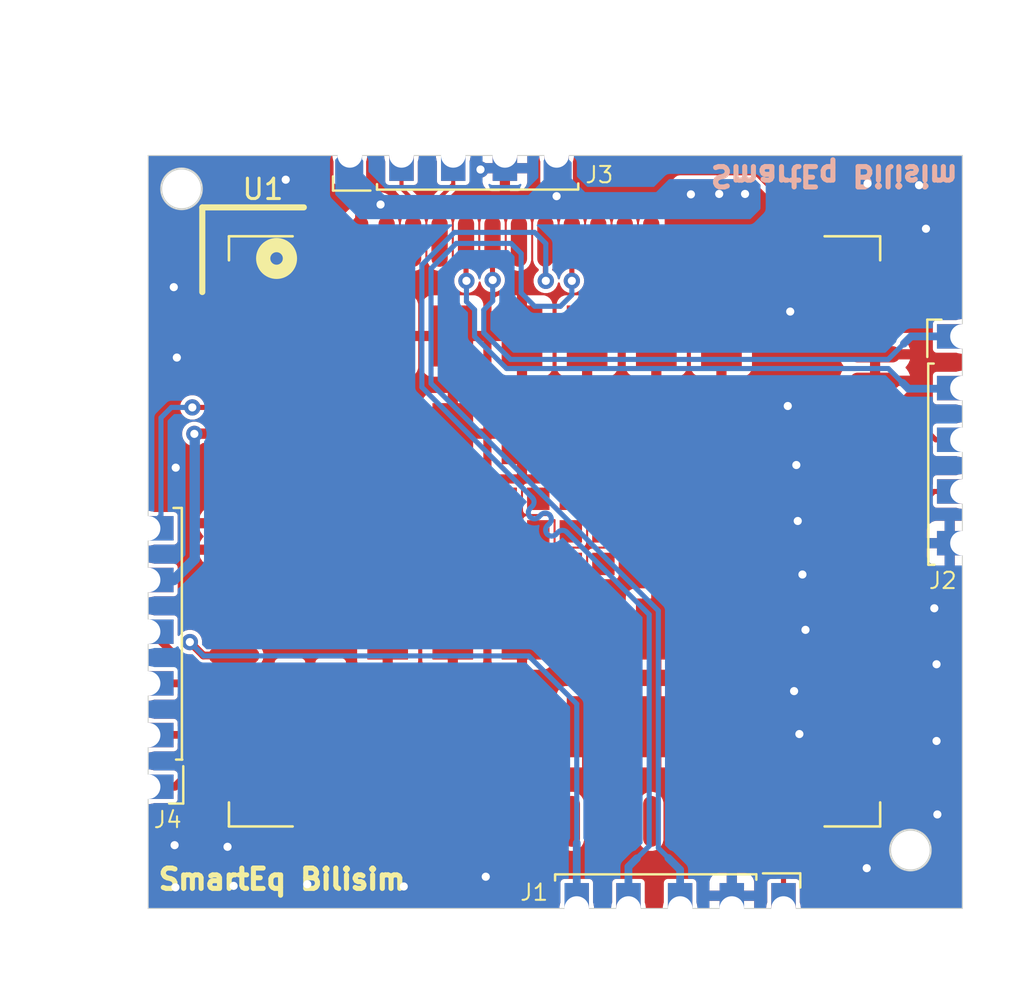
<source format=kicad_pcb>
(kicad_pcb (version 20241229) (generator "pcbnew") (generator_version "9.0")
  (layers (0 "F.Cu" signal) (2 "B.Cu" signal) (13 "F.Paste" user) (15 "B.Paste" user) (5 "F.SilkS" user "F.Silkscreen") (7 "B.SilkS" user "B.Silkscreen") (1 "F.Mask" user) (3 "B.Mask" user) (25 "Edge.Cuts" user))
  (net 0 "")
  (net 55 "GND")
  (net 56 "/USIM_RST")
  (net 57 "/USIM_DATA")
  (net 58 "+3V8")
  (net 59 "/ANT MAIN")
  (net 60 "/ANT GNSS")
  (net 61 "/USIM_CLK")
  (net 62 "/RXD")
  (net 63 "/TXD")
  (net 64 "VDD_EXT_1V8")
  (net 65 "/USB_N")
  (net 66 "/ANT_DIV")
  (net 67 "/CTS")
  (net 68 "/MODEM_NET_STATUS")
  (net 69 "/RTS")
  (net 70 "/USIM_PRESENCE")
  (net 71 "/USB_P")
  (net 72 "/USIM_VDD")
  (footprint "Footprint Library:Castelled 5" (layer "F.Cu") (at 141.14 115.85 180)
    (property "Reference" "J1" (at 12.250001 0.790001 0) (layer "F.SilkS") (effects (font (size 0.8 0.8) (thickness 0.1))))
    (property "Value" "DNP" (hide yes))
    (fp_line (start 11.225 1.675253) (end 11.225 1.374746) (stroke (width 0.12)) (layer "F.SilkS"))
    (fp_line (start 1.335208 1.67964) (end 11.2 1.675253) (stroke (width 0.12)) (layer "F.SilkS"))
    (fp_line (start 1.335208 1.67964) (end 1.334792 1.41) (stroke (width 0.12)) (layer "F.SilkS"))
    (fp_line (start 1.01 1.725) (end -0.825 1.725254) (stroke (width 0.12)) (layer "F.SilkS"))
    (fp_line (start -0.825 1.725254) (end -0.825 1.030254) (stroke (width 0.12)) (layer "F.SilkS"))
    (pad "1" thru_hole rect (at 10.16 0 90) (size 1.25 1.2) (drill 1.2 (offset 0.625 0)) (property pad_prop_castellated) (layers "*.Cu" "*.Mask") (net 70 "/USIM_PRESENCE"))
    (pad "2" thru_hole rect (at 7.62 0 90) (size 1.25 1.2) (drill 1.2 (offset 0.625 0)) (property pad_prop_castellated) (layers "*.Cu" "*.Mask") (net 69 "/RTS"))
    (pad "3" thru_hole rect (at 5.08 0 90) (size 1.25 1.2) (drill 1.2 (offset 0.625 0)) (property pad_prop_castellated) (layers "*.Cu" "*.Mask") (net 67 "/CTS"))
    (pad "4" thru_hole rect (at 2.54 0 90) (size 1.25 1.2) (drill 1.2 (offset 0.625 0)) (property pad_prop_castellated) (layers "*.Cu" "*.Mask") (net 55 "GND"))
    (pad "5" thru_hole rect (at 0 0 90) (size 1.25 1.2) (drill 1.2 (offset 0.625 0)) (property pad_prop_castellated) (layers "*.Cu" "*.Mask") (net 66 "/ANT_DIV"))
  )
  (footprint "Footprint Library:Castelled 5" (layer "F.Cu") (at 119.83 78.85)
    (property "Reference" "J3" (at 12.259999 0.949999 0) (layer "F.SilkS") (effects (font (size 0.8 0.8) (thickness 0.1))))
    (property "Value" "DNP" (hide yes))
    (fp_line (start -0.825 1.725254) (end -0.825 1.030254) (stroke (width 0.12)) (layer "F.SilkS"))
    (fp_line (start 1.01 1.725) (end -0.825 1.725254) (stroke (width 0.12)) (layer "F.SilkS"))
    (fp_line (start 1.335208 1.67964) (end 1.334792 1.41) (stroke (width 0.12)) (layer "F.SilkS"))
    (fp_line (start 1.335208 1.67964) (end 11.2 1.675253) (stroke (width 0.12)) (layer "F.SilkS"))
    (fp_line (start 11.225 1.675253) (end 11.225 1.374746) (stroke (width 0.12)) (layer "F.SilkS"))
    (pad "1" thru_hole rect (at 10.16 0 270) (size 1.25 1.2) (drill 1.2 (offset 0.625 0)) (property pad_prop_castellated) (layers "*.Cu" "*.Mask") (net 58 "+3V8"))
    (pad "2" thru_hole rect (at 7.62 0 270) (size 1.25 1.2) (drill 1.2 (offset 0.625 0)) (property pad_prop_castellated) (layers "*.Cu" "*.Mask") (net 55 "GND"))
    (pad "3" thru_hole rect (at 5.08 0 270) (size 1.25 1.2) (drill 1.2 (offset 0.625 0)) (property pad_prop_castellated) (layers "*.Cu" "*.Mask") (net 71 "/USB_P"))
    (pad "4" thru_hole rect (at 2.54 0 270) (size 1.25 1.2) (drill 1.2 (offset 0.625 0)) (property pad_prop_castellated) (layers "*.Cu" "*.Mask") (net 65 "/USB_N"))
    (pad "5" thru_hole rect (at 0 0 270) (size 1.25 1.2) (drill 1.2 (offset 0.625 0)) (property pad_prop_castellated) (layers "*.Cu" "*.Mask") (net 58 "+3V8"))
  )
  (footprint "Footprint Library:castelled 6" (layer "F.Cu") (at 109.92 97.17 90)
    (property "Reference" "J4" (at -14.319999 0.959999 0) (layer "F.SilkS") (effects (font (size 0.8 0.8) (thickness 0.1))))
    (property "Value" "DNP" (hide yes))
    (fp_line (start 1 1.654571) (end 1 1.245428) (stroke (width 0.12)) (layer "F.SilkS"))
    (fp_line (start -11.364791 1.659143) (end 1 1.654571) (stroke (width 0.12)) (layer "F.SilkS"))
    (fp_line (start -11.364792 1.67964) (end -11.365208 1.37036) (stroke (width 0.12)) (layer "F.SilkS"))
    (fp_line (start -11.69 1.725) (end -13.525 1.725254) (stroke (width 0.12)) (layer "F.SilkS"))
    (fp_line (start -13.525 1.725254) (end -13.525 1.030254) (stroke (width 0.12)) (layer "F.SilkS"))
    (pad "1" thru_hole rect (at 0 0) (size 1.25 1.2) (drill 1.2 (offset 0.625 0)) (property pad_prop_castellated) (layers "*.Cu" "*.Mask") (net 68 "/MODEM_NET_STATUS"))
    (pad "2" thru_hole rect (at -2.54 0) (size 1.25 1.2) (drill 1.2 (offset 0.625 0)) (property pad_prop_castellated) (layers "*.Cu" "*.Mask") (net 64 "VDD_EXT_1V8"))
    (pad "3" thru_hole rect (at -5.08 0) (size 1.25 1.2) (drill 1.2 (offset 0.625 0)) (property pad_prop_castellated) (layers "*.Cu" "*.Mask") (net 72 "/USIM_VDD"))
    (pad "4" thru_hole rect (at -7.62 0) (size 1.25 1.2) (drill 1.2 (offset 0.625 0)) (property pad_prop_castellated) (layers "*.Cu" "*.Mask") (net 57 "/USIM_DATA"))
    (pad "5" thru_hole rect (at -10.16 0) (size 1.25 1.2) (drill 1.2 (offset 0.625 0)) (property pad_prop_castellated) (layers "*.Cu" "*.Mask") (net 61 "/USIM_CLK"))
    (pad "6" thru_hole rect (at -12.7 0) (size 1.25 1.2) (drill 1.2 (offset 0.625 0)) (property pad_prop_castellated) (layers "*.Cu" "*.Mask") (net 56 "/USIM_RST"))
  )
  (footprint "Footprint Library:GSM" (layer "F.Cu") (at 129.89 97.32)
    (property "Reference" "U1" (at -14.33 -16.81 0) (layer "F.SilkS"))
    (property "Value" "DNP")
    (fp_line (start -17.31 -11.76) (end -17.31 -15.92) (stroke (width 0.3)) (layer "F.SilkS"))
    (fp_line (start -16 -14.5) (end -16 -13.32) (stroke (width 0.127)) (layer "F.SilkS"))
    (fp_line (start -16 -14.5) (end -12.87 -14.5) (stroke (width 0.127)) (layer "F.SilkS"))
    (fp_line (start -16 14.5) (end -16 13.32) (stroke (width 0.127)) (layer "F.SilkS"))
    (fp_line (start -16 14.5) (end -12.87 14.5) (stroke (width 0.127)) (layer "F.SilkS"))
    (fp_line (start -12.32 -15.92) (end -17.31 -15.92) (stroke (width 0.3)) (layer "F.SilkS"))
    (fp_line (start 16 -14.5) (end 13.27 -14.5) (stroke (width 0.127)) (layer "F.SilkS"))
    (fp_line (start 16 -14.5) (end 16 -13.32) (stroke (width 0.127)) (layer "F.SilkS"))
    (fp_line (start 16 14.5) (end 13.27 14.5) (stroke (width 0.127)) (layer "F.SilkS"))
    (fp_line (start 16 14.5) (end 16 13.32) (stroke (width 0.127)) (layer "F.SilkS"))
    (fp_circle (center -13.66 -13.41) (end -13.442606 -13.192606) (stroke (width 0.7)) (fill no) (layer "F.SilkS"))
    (pad "1" smd oval (at -15.75 -12.6) (size 2.5 0.8) (layers "F.Cu" "F.Mask"))
    (pad "2" smd oval (at -15.75 -11.3) (size 2.5 0.8) (layers "F.Cu" "F.Mask"))
    (pad "3" smd oval (at -15.75 -10) (size 2.5 0.8) (layers "F.Cu" "F.Mask"))
    (pad "4" smd oval (at -15.75 -8.7) (size 2.5 0.8) (layers "F.Cu" "F.Mask"))
    (pad "5" smd oval (at -15.75 -7.4) (size 2.5 0.8) (layers "F.Cu" "F.Mask"))
    (pad "6" smd oval (at -15.75 -6.1) (size 2.5 0.8) (layers "F.Cu" "F.Mask") (net 68 "/MODEM_NET_STATUS"))
    (pad "7" smd oval (at -15.75 -4.8) (size 2.5 0.8) (layers "F.Cu" "F.Mask") (net 64 "VDD_EXT_1V8"))
    (pad "8" smd oval (at -15.75 -0.4) (size 2.5 0.8) (layers "F.Cu" "F.Mask") (net 55 "GND"))
    (pad "9" smd oval (at -15.75 0.9) (size 2.5 0.8) (layers "F.Cu" "F.Mask") (net 55 "GND"))
    (pad "10" smd oval (at -15.75 2.2) (size 2.5 0.8) (layers "F.Cu" "F.Mask") (net 55 "GND"))
    (pad "11" smd oval (at -15.75 3.5) (size 2.5 0.8) (layers "F.Cu" "F.Mask"))
    (pad "12" smd oval (at -15.75 4.8) (size 2.5 0.8) (layers "F.Cu" "F.Mask"))
    (pad "13" smd oval (at -15.75 6.1) (size 2.5 0.8) (layers "F.Cu" "F.Mask") (net 70 "/USIM_PRESENCE"))
    (pad "14" smd oval (at -15.75 7.4) (size 2.5 0.8) (layers "F.Cu" "F.Mask") (net 72 "/USIM_VDD"))
    (pad "15" smd oval (at -15.75 8.7) (size 2.5 0.8) (layers "F.Cu" "F.Mask") (net 57 "/USIM_DATA"))
    (pad "16" smd oval (at -15.75 10) (size 2.5 0.8) (layers "F.Cu" "F.Mask") (net 61 "/USIM_CLK"))
    (pad "17" smd oval (at -15.75 11.3) (size 2.5 0.8) (layers "F.Cu" "F.Mask") (net 56 "/USIM_RST"))
    (pad "18" smd oval (at -15.75 12.6) (size 2.5 0.8) (layers "F.Cu" "F.Mask"))
    (pad "19" smd oval (at -9.55 14.25) (size 0.8 2.5) (layers "F.Cu" "F.Mask") (net 55 "GND"))
    (pad "20" smd oval (at -8.25 14.25) (size 0.8 2.5) (layers "F.Cu" "F.Mask"))
    (pad "21" smd oval (at -6.95 14.25) (size 0.8 2.5) (layers "F.Cu" "F.Mask") (net 55 "GND"))
    (pad "22" smd oval (at -5.65 14.25) (size 0.8 2.5) (layers "F.Cu" "F.Mask") (net 55 "GND"))
    (pad "23" smd oval (at -4.35 14.25) (size 0.8 2.5) (layers "F.Cu" "F.Mask"))
    (pad "24" smd oval (at -3.05 14.25) (size 0.8 2.5) (layers "F.Cu" "F.Mask"))
    (pad "25" smd oval (at -1.75 14.25) (size 0.8 2.5) (layers "F.Cu" "F.Mask"))
    (pad "26" smd oval (at -0.45 14.25) (size 0.8 2.5) (layers "F.Cu" "F.Mask"))
    (pad "27" smd oval (at 0.85 14.25) (size 0.8 2.5) (layers "F.Cu" "F.Mask"))
    (pad "28" smd oval (at 2.15 14.25) (size 0.8 2.5) (layers "F.Cu" "F.Mask"))
    (pad "29" smd oval (at 3.45 14.25) (size 0.8 2.5) (layers "F.Cu" "F.Mask"))
    (pad "30" smd oval (at 4.75 14.25) (size 0.8 2.5) (layers "F.Cu" "F.Mask"))
    (pad "31" smd oval (at 6.05 14.25) (size 0.8 2.5) (layers "F.Cu" "F.Mask"))
    (pad "32" smd oval (at 7.35 14.25) (size 0.8 2.5) (layers "F.Cu" "F.Mask"))
    (pad "33" smd oval (at 8.65 14.25) (size 0.8 2.5) (layers "F.Cu" "F.Mask"))
    (pad "34" smd oval (at 9.95 14.25) (size 0.8 2.5) (layers "F.Cu" "F.Mask"))
    (pad "35" smd oval (at 11.25 14.25) (size 0.8 2.5) (layers "F.Cu" "F.Mask") (net 66 "/ANT_DIV"))
    (pad "36" smd oval (at 12.55 14.25) (size 0.8 2.5) (layers "F.Cu" "F.Mask") (net 55 "GND"))
    (pad "37" smd oval (at 15.75 12.6) (size 2.5 0.8) (layers "F.Cu" "F.Mask"))
    (pad "38" smd oval (at 15.75 11.3) (size 2.5 0.8) (layers "F.Cu" "F.Mask"))
    (pad "39" smd oval (at 15.75 10) (size 2.5 0.8) (layers "F.Cu" "F.Mask"))
    (pad "40" smd oval (at 15.75 8.7) (size 2.5 0.8) (layers "F.Cu" "F.Mask"))
    (pad "41" smd oval (at 15.75 7.4) (size 2.5 0.8) (layers "F.Cu" "F.Mask"))
    (pad "42" smd oval (at 15.75 6.1) (size 2.5 0.8) (layers "F.Cu" "F.Mask"))
    (pad "43" smd oval (at 15.75 4.8) (size 2.5 0.8) (layers "F.Cu" "F.Mask"))
    (pad "44" smd oval (at 15.75 3.5) (size 2.5 0.8) (layers "F.Cu" "F.Mask"))
    (pad "45" smd oval (at 15.75 2.2) (size 2.5 0.8) (layers "F.Cu" "F.Mask"))
    (pad "46" smd oval (at 15.75 0.9) (size 2.5 0.8) (layers "F.Cu" "F.Mask") (net 55 "GND"))
    (pad "47" smd oval (at 15.75 -0.4) (size 2.5 0.8) (layers "F.Cu" "F.Mask") (net 60 "/ANT GNSS"))
    (pad "48" smd oval (at 15.75 -4.8) (size 2.5 0.8) (layers "F.Cu" "F.Mask") (net 55 "GND"))
    (pad "49" smd oval (at 15.75 -6.1) (size 2.5 0.8) (layers "F.Cu" "F.Mask") (net 59 "/ANT MAIN"))
    (pad "50" smd oval (at 15.75 -7.4) (size 2.5 0.8) (layers "F.Cu" "F.Mask") (net 55 "GND"))
    (pad "51" smd oval (at 15.75 -8.7) (size 2.5 0.8) (layers "F.Cu" "F.Mask") (net 55 "GND"))
    (pad "52" smd oval (at 15.75 -10) (size 2.5 0.8) (layers "F.Cu" "F.Mask") (net 55 "GND"))
    (pad "53" smd oval (at 15.75 -11.3) (size 2.5 0.8) (layers "F.Cu" "F.Mask") (net 55 "GND"))
    (pad "54" smd oval (at 15.75 -12.6) (size 2.5 0.8) (layers "F.Cu" "F.Mask") (net 55 "GND"))
    (pad "55" smd oval (at 12.55 -14.25) (size 0.8 2.5) (layers "F.Cu" "F.Mask"))
    (pad "56" smd oval (at 11.25 -14.25) (size 0.8 2.5) (layers "F.Cu" "F.Mask") (net 55 "GND"))
    (pad "57" smd oval (at 9.95 -14.25) (size 0.8 2.5) (layers "F.Cu" "F.Mask") (net 58 "+3V8"))
    (pad "58" smd oval (at 8.65 -14.25) (size 0.8 2.5) (layers "F.Cu" "F.Mask") (net 58 "+3V8"))
    (pad "59" smd oval (at 7.35 -14.25) (size 0.8 2.5) (layers "F.Cu" "F.Mask") (net 58 "+3V8"))
    (pad "60" smd oval (at 6.05 -14.25) (size 0.8 2.5) (layers "F.Cu" "F.Mask") (net 58 "+3V8"))
    (pad "61" smd oval (at 4.75 -14.25) (size 0.8 2.5) (layers "F.Cu" "F.Mask"))
    (pad "62" smd oval (at 3.45 -14.25) (size 0.8 2.5) (layers "F.Cu" "F.Mask"))
    (pad "63" smd oval (at 2.15 -14.25) (size 0.8 2.5) (layers "F.Cu" "F.Mask"))
    (pad "64" smd oval (at 0.85 -14.25) (size 0.8 2.5) (layers "F.Cu" "F.Mask") (net 67 "/CTS"))
    (pad "65" smd oval (at -0.45 -14.25) (size 0.8 2.5) (layers "F.Cu" "F.Mask") (net 69 "/RTS"))
    (pad "66" smd oval (at -1.75 -14.25) (size 0.8 2.5) (layers "F.Cu" "F.Mask"))
    (pad "67" smd oval (at -3.05 -14.25) (size 0.8 2.5) (layers "F.Cu" "F.Mask") (net 63 "/TXD"))
    (pad "68" smd oval (at -4.35 -14.25) (size 0.8 2.5) (layers "F.Cu" "F.Mask") (net 62 "/RXD"))
    (pad "69" smd oval (at -5.65 -14.25) (size 0.8 2.5) (layers "F.Cu" "F.Mask") (net 71 "/USB_P"))
    (pad "70" smd oval (at -6.95 -14.25) (size 0.8 2.5) (layers "F.Cu" "F.Mask") (net 65 "/USB_N"))
    (pad "71" smd oval (at -8.25 -14.25) (size 0.8 2.5) (layers "F.Cu" "F.Mask") (net 58 "+3V8"))
    (pad "72" smd oval (at -9.55 -14.25) (size 0.8 2.5) (layers "F.Cu" "F.Mask") (net 55 "GND"))
    (pad "73" smd rect (at 2.4 -1.6) (size 1.1 1.1) (layers "F.Cu" "F.Mask"))
    (pad "74" smd rect (at 2.4 0) (size 1.1 1.1) (layers "F.Cu" "F.Mask"))
    (pad "75" smd rect (at 2.4 1.6) (size 1.1 1.1) (layers "F.Cu" "F.Mask"))
    (pad "76" smd rect (at 0.8 -1.6) (size 1.1 1.1) (layers "F.Cu" "F.Mask") (net 55 "GND"))
    (pad "77" smd rect (at 0.8 0) (size 1.1 1.1) (layers "F.Cu" "F.Mask"))
    (pad "78" smd rect (at 0.8 1.6) (size 1.1 1.1) (layers "F.Cu" "F.Mask"))
    (pad "79" smd rect (at -0.8 -1.6) (size 1.1 1.1) (layers "F.Cu" "F.Mask"))
    (pad "80" smd rect (at -0.8 0) (size 1.1 1.1) (layers "F.Cu" "F.Mask"))
    (pad "81" smd rect (at -0.8 1.6) (size 1.1 1.1) (layers "F.Cu" "F.Mask"))
    (pad "82" smd rect (at -2.4 -1.6) (size 1.1 1.1) (layers "F.Cu" "F.Mask"))
    (pad "83" smd rect (at -2.4 0) (size 1.1 1.1) (layers "F.Cu" "F.Mask"))
    (pad "84" smd rect (at -2.4 1.6) (size 1.1 1.1) (layers "F.Cu" "F.Mask"))
    (pad "85" smd rect (at 8.2 -9.6) (size 2 3) (layers "F.Cu" "F.Mask") (net 55 "GND"))
    (pad "86" smd rect (at 8.2 -4.8) (size 2 3) (layers "F.Cu" "F.Mask") (net 55 "GND"))
    (pad "87" smd rect (at 8.2 0) (size 2 3) (layers "F.Cu" "F.Mask") (net 55 "GND"))
    (pad "88" smd rect (at 8.2 4.8) (size 2 3) (layers "F.Cu" "F.Mask") (net 55 "GND"))
    (pad "89" smd rect (at 8.2 9.6) (size 2 3) (layers "F.Cu" "F.Mask") (net 55 "GND"))
    (pad "90" smd rect (at 5 -9.6) (size 2 3) (layers "F.Cu" "F.Mask") (net 55 "GND"))
    (pad "91" smd rect (at 5 -4.8) (size 2 3) (layers "F.Cu" "F.Mask") (net 55 "GND"))
    (pad "92" smd rect (at 5 0) (size 2 3) (layers "F.Cu" "F.Mask") (net 55 "GND"))
    (pad "93" smd rect (at 5 4.8) (size 2 3) (layers "F.Cu" "F.Mask") (net 55 "GND"))
    (pad "94" smd rect (at 5 9.6) (size 2 3) (layers "F.Cu" "F.Mask") (net 55 "GND"))
    (pad "95" smd rect (at 1.6 -9.6) (size 2 3) (layers "F.Cu" "F.Mask") (net 55 "GND"))
    (pad "96" smd rect (at 1.6 -4.8) (size 2 3) (layers "F.Cu" "F.Mask") (net 55 "GND"))
    (pad "97" smd rect (at 1.6 4.8) (size 2 3) (layers "F.Cu" "F.Mask") (net 55 "GND"))
    (pad "98" smd rect (at 1.6 9.6) (size 2 3) (layers "F.Cu" "F.Mask") (net 55 "GND"))
    (pad "99" smd rect (at -1.6 -9.6) (size 2 3) (layers "F.Cu" "F.Mask") (net 55 "GND"))
    (pad "100" smd rect (at -1.6 -4.8) (size 2 3) (layers "F.Cu" "F.Mask") (net 55 "GND"))
    (pad "101" smd rect (at -1.6 4.8) (size 2 3) (layers "F.Cu" "F.Mask") (net 55 "GND"))
    (pad "102" smd rect (at -1.6 9.6) (size 2 3) (layers "F.Cu" "F.Mask") (net 55 "GND"))
    (pad "103" smd rect (at -5 -9.6) (size 2 3) (layers "F.Cu" "F.Mask") (net 55 "GND"))
    (pad "104" smd rect (at -5 -4.8) (size 2 3) (layers "F.Cu" "F.Mask") (net 55 "GND"))
    (pad "105" smd rect (at -5 0) (size 2 3) (layers "F.Cu" "F.Mask") (net 55 "GND"))
    (pad "106" smd rect (at -5 4.8) (size 2 3) (layers "F.Cu" "F.Mask") (net 55 "GND"))
    (pad "107" smd rect (at -5 9.6) (size 2 3) (layers "F.Cu" "F.Mask") (net 55 "GND"))
    (pad "108" smd rect (at -8.2 -9.6) (size 2 3) (layers "F.Cu" "F.Mask") (net 55 "GND"))
    (pad "109" smd rect (at -8.2 -4.8) (size 2 3) (layers "F.Cu" "F.Mask") (net 55 "GND"))
    (pad "110" smd rect (at -8.2 0) (size 2 3) (layers "F.Cu" "F.Mask") (net 55 "GND"))
    (pad "111" smd rect (at -8.2 4.8) (size 2 3) (layers "F.Cu" "F.Mask") (net 55 "GND"))
    (pad "112" smd rect (at -8.2 9.6) (size 2 3) (layers "F.Cu" "F.Mask") (net 55 "GND"))
    (pad "113" smd oval (at -10.85 -14.25) (size 0.8 2.5) (layers "F.Cu" "F.Mask"))
    (pad "114" smd oval (at -12.15 -14.25) (size 0.8 2.5) (layers "F.Cu" "F.Mask"))
    (pad "115" smd oval (at -10.85 14.25) (size 0.8 2.5) (layers "F.Cu" "F.Mask"))
    (pad "116" smd oval (at -12.15 14.25) (size 0.8 2.5) (layers "F.Cu" "F.Mask"))
    (pad "117" smd rect (at -11 -11) (size 1.1 1.1) (layers "F.Cu" "F.Mask"))
    (pad "118" smd rect (at -11 -9) (size 1.1 1.1) (layers "F.Cu" "F.Mask"))
    (pad "119" smd rect (at -11 -7) (size 1.1 1.1) (layers "F.Cu" "F.Mask"))
    (pad "120" smd rect (at -11 -5) (size 1.1 1.1) (layers "F.Cu" "F.Mask"))
    (pad "121" smd rect (at -11 -3) (size 1.1 1.1) (layers "F.Cu" "F.Mask"))
    (pad "122" smd rect (at -11 -1) (size 1.1 1.1) (layers "F.Cu" "F.Mask"))
    (pad "123" smd rect (at -11 1) (size 1.1 1.1) (layers "F.Cu" "F.Mask"))
    (pad "124" smd rect (at -11 3) (size 1.1 1.1) (layers "F.Cu" "F.Mask"))
    (pad "125" smd rect (at -11 5) (size 1.1 1.1) (layers "F.Cu" "F.Mask"))
    (pad "126" smd rect (at -11 7) (size 1.1 1.1) (layers "F.Cu" "F.Mask"))
    (pad "127" smd rect (at -11 9) (size 1.1 1.1) (layers "F.Cu" "F.Mask"))
    (pad "128" smd rect (at -11 11) (size 1.1 1.1) (layers "F.Cu" "F.Mask"))
    (pad "129" smd rect (at -13 -11) (size 1.1 1.1) (layers "F.Cu" "F.Mask"))
    (pad "130" smd rect (at -13 -9) (size 1.1 1.1) (layers "F.Cu" "F.Mask"))
    (pad "131" smd rect (at -13 -7) (size 1.1 1.1) (layers "F.Cu" "F.Mask"))
    (pad "132" smd rect (at -13 -5) (size 1.1 1.1) (layers "F.Cu" "F.Mask"))
    (pad "133" smd rect (at -13 -3) (size 1.1 1.1) (layers "F.Cu" "F.Mask"))
    (pad "134" smd rect (at -13 -1) (size 1.1 1.1) (layers "F.Cu" "F.Mask"))
    (pad "135" smd rect (at -13 1) (size 1.1 1.1) (layers "F.Cu" "F.Mask"))
    (pad "136" smd rect (at -13 3) (size 1.1 1.1) (layers "F.Cu" "F.Mask"))
    (pad "137" smd rect (at -13 5) (size 1.1 1.1) (layers "F.Cu" "F.Mask"))
    (pad "138" smd rect (at -13 7) (size 1.1 1.1) (layers "F.Cu" "F.Mask"))
    (pad "139" smd rect (at -13 9) (size 1.1 1.1) (layers "F.Cu" "F.Mask"))
    (pad "140" smd rect (at -13 11) (size 1.1 1.1) (layers "F.Cu" "F.Mask"))
    (pad "141" smd oval (at -15.75 -3) (size 2.5 0.8) (layers "F.Cu" "F.Mask"))
    (pad "142" smd oval (at -15.75 -1.7) (size 2.5 0.8) (layers "F.Cu" "F.Mask"))
    (pad "143" smd oval (at 15.75 -1.7) (size 2.5 0.8) (layers "F.Cu" "F.Mask"))
    (pad "144" smd oval (at 15.75 -3) (size 2.5 0.8) (layers "F.Cu" "F.Mask"))
  )
  (footprint "Footprint Library:Castelled 5" (layer "F.Cu") (at 149.93 87.74 -90)
    (property "Reference" "J2" (at 11.999999 0.960001 0) (layer "F.SilkS") (effects (font (size 0.8 0.8) (thickness 0.1))))
    (property "Value" "DNP" (hide yes))
    (fp_line (start -0.825 1.725254) (end -0.825 1.030254) (stroke (width 0.12)) (layer "F.SilkS"))
    (fp_line (start 1.01 1.725) (end -0.825 1.725254) (stroke (width 0.12)) (layer "F.SilkS"))
    (fp_line (start 1.335208 1.67964) (end 11.2 1.675253) (stroke (width 0.12)) (layer "F.SilkS"))
    (fp_line (start 1.335208 1.67964) (end 1.334792 1.41) (stroke (width 0.12)) (layer "F.SilkS"))
    (fp_line (start 11.225 1.675253) (end 11.225 1.374746) (stroke (width 0.12)) (layer "F.SilkS"))
    (pad "1" thru_hole rect (at 10.16 0 180) (size 1.25 1.2) (drill 1.2 (offset 0.625 0)) (property pad_prop_castellated) (layers "*.Cu" "*.Mask") (net 55 "GND"))
    (pad "2" thru_hole rect (at 7.62 0 180) (size 1.25 1.2) (drill 1.2 (offset 0.625 0)) (property pad_prop_castellated) (layers "*.Cu" "*.Mask") (net 60 "/ANT GNSS"))
    (pad "3" thru_hole rect (at 5.08 0 180) (size 1.25 1.2) (drill 1.2 (offset 0.625 0)) (property pad_prop_castellated) (layers "*.Cu" "*.Mask") (net 59 "/ANT MAIN"))
    (pad "4" thru_hole rect (at 2.54 0 180) (size 1.25 1.2) (drill 1.2 (offset 0.625 0)) (property pad_prop_castellated) (layers "*.Cu" "*.Mask") (net 62 "/RXD"))
    (pad "5" thru_hole rect (at 0 0 180) (size 1.25 1.2) (drill 1.2 (offset 0.625 0)) (property pad_prop_castellated) (layers "*.Cu" "*.Mask") (net 63 "/TXD"))
  )
  (gr_circle (center 147.374802 112.98) (end 146.374802 112.98) (stroke (width 0.1)) (fill no) (layer "Edge.Cuts"))
  (gr_line (start 109.92 78.85) (end 149.93 78.85) (stroke (width 0.05)) (layer "Edge.Cuts"))
  (gr_circle (center 111.56 80.49) (end 110.56 80.49) (stroke (width 0.1)) (fill no) (layer "Edge.Cuts"))
  (gr_line (start 149.93 115.85) (end 109.92 115.85) (stroke (width 0.05)) (layer "Edge.Cuts"))
  (gr_line (start 109.92 115.85) (end 109.92 78.85) (stroke (width 0.05)) (layer "Edge.Cuts"))
  (gr_line (start 149.93 78.85) (end 149.93 115.85) (stroke (width 0.05)) (layer "Edge.Cuts"))
  (gr_text "SmartEq Bilisim" (at 110.31 115 0) (layer "F.SilkS") (effects (font (size 1 1) (thickness 0.254)) (justify left bottom)))
  (gr_text "SmartEq Bilisim" (at 137.45 79.259998 180) (layer "B.SilkS") (effects (font (size 1 1) (thickness 0.254)) (justify left bottom mirror)))
  (via (at 148.55 101.1) (size 0.8) (drill 0.4) (layers "F.Cu" "B.Cu") (net 55))
  (via (at 148.14 82.45) (size 0.8) (drill 0.4) (layers "F.Cu" "B.Cu") (net 55))
  (via (at 142.22 102.16) (size 0.8) (drill 0.4) (layers "F.Cu" "B.Cu") (net 55))
  (via (at 145.27 80.23) (size 0.8) (drill 0.4) (layers "F.Cu" "B.Cu") (net 55))
  (via (at 111.18 85.32) (size 0.8) (drill 0.4) (layers "F.Cu" "B.Cu") (net 55))
  (via (at 145.23 113.87) (size 0.8) (drill 0.4) (layers "F.Cu" "B.Cu") (net 55))
  (via (at 111.33 88.78) (size 0.8) (drill 0.4) (layers "F.Cu" "B.Cu") (net 55))
  (via (at 111.22 112.74) (size 0.8) (drill 0.4) (layers "F.Cu" "B.Cu") (net 55))
  (via (at 148.7 111.23) (size 0.8) (drill 0.4) (layers "F.Cu" "B.Cu") (net 55))
  (via (at 141.66 105.17) (size 0.8) (drill 0.4) (layers "F.Cu" "B.Cu") (net 55))
  (via (at 141.84 96.81) (size 0.8) (drill 0.4) (layers "F.Cu" "B.Cu") (net 55))
  (via (at 142.07 99.44) (size 0.8) (drill 0.4) (layers "F.Cu" "B.Cu") (net 55))
  (via (at 116.68 80.04) (size 0.8) (drill 0.4) (layers "F.Cu" "B.Cu") (net 55))
  (via (at 117.74 114.66) (size 0.8) (drill 0.4) (layers "F.Cu" "B.Cu") (net 55))
  (via (at 148.66 103.85) (size 0.8) (drill 0.4) (layers "F.Cu" "B.Cu") (net 55))
  (via (at 148.66 107.62) (size 0.8) (drill 0.4) (layers "F.Cu" "B.Cu") (net 55))
  (via (at 122.48 114.77) (size 0.8) (drill 0.4) (layers "F.Cu" "B.Cu") (net 55))
  (via (at 141.92 107.28) (size 0.8) (drill 0.4) (layers "F.Cu" "B.Cu") (net 55))
  (via (at 111.26 114.81) (size 0.8) (drill 0.4) (layers "F.Cu" "B.Cu") (net 55))
  (via (at 114.12 114.74) (size 0.8) (drill 0.4) (layers "F.Cu" "B.Cu") (net 55))
  (via (at 126.25 79.54) (size 0.8) (drill 0.4) (layers "F.Cu" "B.Cu") (net 55))
  (via (at 126.51 114.29) (size 0.8) (drill 0.4) (layers "F.Cu" "B.Cu") (net 55))
  (via (at 141.47 86.52) (size 0.8) (drill 0.4) (layers "F.Cu" "B.Cu") (net 55))
  (via (at 141.35 91.16) (size 0.8) (drill 0.4) (layers "F.Cu" "B.Cu") (net 55))
  (via (at 113.82 112.82) (size 0.8) (drill 0.4) (layers "F.Cu" "B.Cu") (net 55))
  (via (at 147.8 80.31) (size 0.8) (drill 0.4) (layers "F.Cu" "B.Cu") (net 55))
  (via (at 111.275 94.19) (size 0.8) (drill 0.4) (layers "F.Cu" "B.Cu") (net 55))
  (via (at 141.77 94.06) (size 0.8) (drill 0.4) (layers "F.Cu" "B.Cu") (net 55))
  (segment (start 112.48 108.62) (end 114.14 108.62) (width 0.25) (layer "F.Cu") (net 56))
  (segment (start 111.23 109.87) (end 109.92 109.87) (width 0.381) (layer "F.Cu") (net 56))
  (segment (start 111.63 109.47) (end 111.23 109.87) (width 0.381) (layer "F.Cu") (net 56))
  (segment (start 111.63 109.47) (end 112.48 108.62) (width 0.25) (layer "F.Cu") (net 56))
  (segment (start 111.76 105.04) (end 112.74 106.02) (width 0.381) (layer "F.Cu") (net 57))
  (segment (start 111.76 105.04) (end 111.51 104.79) (width 0.381) (layer "F.Cu") (net 57))
  (segment (start 111.51 104.79) (end 109.92 104.79) (width 0.381) (layer "F.Cu") (net 57))
  (segment (start 112.74 106.02) (end 114.14 106.02) (width 0.381) (layer "F.Cu") (net 57))
  (segment (start 121.34 81.26) (end 119.83 79.75) (width 0.508) (layer "F.Cu") (net 58))
  (segment (start 121.64 83.07) (end 121.64 81.56) (width 0.508) (layer "F.Cu") (net 58))
  (segment (start 121.64 81.56) (end 121.34 81.26) (width 0.508) (layer "F.Cu") (net 58))
  (segment (start 119.83 79.75) (end 119.83 78.85) (width 0.508) (layer "F.Cu") (net 58))
  (segment (start 129.99 78.85) (end 129.99 80.85) (width 0.508) (layer "F.Cu") (net 58))
  (via (at 137.98 80.74) (size 0.8) (drill 0.4) (layers "F.Cu" "B.Cu") (net 58))
  (via (at 139.25 80.74) (size 0.8) (drill 0.4) (layers "F.Cu" "B.Cu") (net 58))
  (via (at 136.59 80.76) (size 0.8) (drill 0.4) (layers "F.Cu" "B.Cu") (net 58))
  (via (at 129.99 80.85) (size 0.8) (drill 0.4) (layers "F.Cu" "B.Cu") (net 58))
  (via (at 121.34 81.26) (size 0.8) (drill 0.4) (layers "F.Cu" "B.Cu") (net 58))
  (segment (start 147.02 91.22) (end 145.64 91.22) (width 0.25) (layer "F.Cu") (net 59))
  (segment (start 148.62 92.82) (end 147.02 91.22) (width 0.25) (layer "F.Cu") (net 59))
  (segment (start 149.93 92.82) (end 148.62 92.82) (width 0.25) (layer "F.Cu") (net 59))
  (segment (start 146.98 96.92) (end 145.64 96.92) (width 0.25) (layer "F.Cu") (net 60))
  (segment (start 149.93 95.36) (end 148.54 95.36) (width 0.25) (layer "F.Cu") (net 60))
  (segment (start 148.54 95.36) (end 146.98 96.92) (width 0.25) (layer "F.Cu") (net 60))
  (segment (start 114.14 107.32) (end 109.93 107.32) (width 0.381) (layer "F.Cu") (net 61))
  (segment (start 109.93 107.32) (end 109.92 107.33) (width 0.381) (layer "F.Cu") (net 61))
  (segment (start 125.54 84.99) (end 125.56 85.01) (width 0.25) (layer "F.Cu") (net 62))
  (segment (start 125.54 83.07) (end 125.54 84.99) (width 0.25) (layer "F.Cu") (net 62))
  (via (at 125.56 85.01) (size 0.8) (drill 0.4) (layers "F.Cu" "B.Cu") (net 62))
  (segment (start 125.96 86.43) (end 125.56 86.03) (width 0.25) (layer "B.Cu") (net 62))
  (segment (start 146.29 89.32) (end 127.533604 89.32) (width 0.25) (layer "B.Cu") (net 62))
  (segment (start 149.9 90.31) (end 149.93 90.28) (width 0.25) (layer "B.Cu") (net 62))
  (segment (start 146.995 90.025) (end 146.29 89.32) (width 0.25) (layer "B.Cu") (net 62))
  (segment (start 127.533604 89.32) (end 125.96 87.746396) (width 0.25) (layer "B.Cu") (net 62))
  (segment (start 146.995 90.025) (end 147.28 90.31) (width 0.381) (layer "B.Cu") (net 62))
  (segment (start 147.28 90.31) (end 149.9 90.31) (width 0.381) (layer "B.Cu") (net 62))
  (segment (start 125.56 86.03) (end 125.56 85.01) (width 0.25) (layer "B.Cu") (net 62))
  (segment (start 125.96 87.746396) (end 125.96 86.43) (width 0.25) (layer "B.Cu") (net 62))
  (segment (start 126.84 84.96) (end 126.85 84.97) (width 0.25) (layer "F.Cu") (net 63))
  (segment (start 126.84 83.07) (end 126.84 84.96) (width 0.25) (layer "F.Cu") (net 63))
  (via (at 126.85 84.97) (size 0.8) (drill 0.4) (layers "F.Cu" "B.Cu") (net 63))
  (segment (start 126.41 86.44) (end 126.85 86) (width 0.25) (layer "B.Cu") (net 63))
  (segment (start 147.41 87.74) (end 147.055 88.095) (width 0.381) (layer "B.Cu") (net 63))
  (segment (start 127.72 88.87) (end 126.41 87.56) (width 0.25) (layer "B.Cu") (net 63))
  (segment (start 126.41 87.56) (end 126.41 86.44) (width 0.25) (layer "B.Cu") (net 63))
  (segment (start 149.93 87.74) (end 147.41 87.74) (width 0.381) (layer "B.Cu") (net 63))
  (segment (start 126.85 86) (end 126.85 84.97) (width 0.25) (layer "B.Cu") (net 63))
  (segment (start 147.055 88.095) (end 146.28 88.87) (width 0.25) (layer "B.Cu") (net 63))
  (segment (start 146.28 88.87) (end 127.72 88.87) (width 0.25) (layer "B.Cu") (net 63))
  (segment (start 112.2 92.52) (end 112.19 92.53) (width 0.508) (layer "F.Cu") (net 64))
  (segment (start 114.14 92.52) (end 112.2 92.52) (width 0.508) (layer "F.Cu") (net 64))
  (via (at 112.19 92.53) (size 0.8) (drill 0.4) (layers "F.Cu" "B.Cu") (net 64))
  (segment (start 112.21 92.55) (end 112.19 92.53) (width 0.508) (layer "B.Cu") (net 64))
  (segment (start 111.18 99.71) (end 112.21 98.68) (width 0.508) (layer "B.Cu") (net 64))
  (segment (start 112.21 98.68) (end 112.21 92.55) (width 0.508) (layer "B.Cu") (net 64))
  (segment (start 109.92 99.71) (end 111.18 99.71) (width 0.508) (layer "B.Cu") (net 64))
  (segment (start 122.94 81.04) (end 122.94 83.07) (width 0.2) (layer "F.Cu") (net 65))
  (segment (start 122.37 80.47) (end 122.94 81.04) (width 0.2) (layer "F.Cu") (net 65))
  (segment (start 122.37 78.85) (end 122.37 80.47) (width 0.2) (layer "F.Cu") (net 65))
  (segment (start 141.14 111.57) (end 141.14 115.85) (width 0.25) (layer "F.Cu") (net 66))
  (segment (start 130.74 85.01) (end 130.74 83.07) (width 0.25) (layer "F.Cu") (net 67))
  (via (at 130.74 85.01) (size 0.8) (drill 0.4) (layers "F.Cu" "B.Cu") (net 67))
  (segment (start 128.25 85.6) (end 128.91 86.26) (width 0.25) (layer "B.Cu") (net 67))
  (segment (start 134.99 101.22) (end 123.82 90.05) (width 0.25) (layer "B.Cu") (net 67))
  (segment (start 130.74 85.7) (end 130.74 85.01) (width 0.25) (layer "B.Cu") (net 67))
  (segment (start 128.91 86.26) (end 130.18 86.26) (width 0.25) (layer "B.Cu") (net 67))
  (segment (start 135.48 113.37) (end 134.99 112.88) (width 0.25) (layer "B.Cu") (net 67))
  (segment (start 127.75 83.17) (end 128.25 83.67) (width 0.25) (layer "B.Cu") (net 67))
  (segment (start 125.06 83.17) (end 127.75 83.17) (width 0.25) (layer "B.Cu") (net 67))
  (segment (start 128.25 83.67) (end 128.25 85.6) (width 0.25) (layer "B.Cu") (net 67))
  (segment (start 134.99 112.88) (end 134.99 101.22) (width 0.25) (layer "B.Cu") (net 67))
  (segment (start 135.48 113.37) (end 136.06 113.95) (width 0.381) (layer "B.Cu") (net 67))
  (segment (start 123.82 84.41) (end 125.06 83.17) (width 0.25) (layer "B.Cu") (net 67))
  (segment (start 130.18 86.26) (end 130.74 85.7) (width 0.25) (layer "B.Cu") (net 67))
  (segment (start 136.06 113.95) (end 136.06 115.85) (width 0.381) (layer "B.Cu") (net 67))
  (segment (start 123.82 90.05) (end 123.82 84.41) (width 0.25) (layer "B.Cu") (net 67))
  (segment (start 114.13 91.23) (end 114.14 91.22) (width 0.25) (layer "F.Cu") (net 68))
  (segment (start 112.09 91.23) (end 114.13 91.23) (width 0.25) (layer "F.Cu") (net 68))
  (via (at 112.09 91.23) (size 0.8) (drill 0.4) (layers "F.Cu" "B.Cu") (net 68))
  (segment (start 110.55 91.74) (end 111.06 91.23) (width 0.25) (layer "B.Cu") (net 68))
  (segment (start 109.92 97.17) (end 110.55 96.54) (width 0.25) (layer "B.Cu") (net 68))
  (segment (start 111.06 91.23) (end 112.09 91.23) (width 0.25) (layer "B.Cu") (net 68))
  (segment (start 110.55 96.54) (end 110.55 91.74) (width 0.25) (layer "B.Cu") (net 68))
  (segment (start 129.44 83.07) (end 129.44 84.99) (width 0.25) (layer "F.Cu") (net 69))
  (segment (start 129.44 84.99) (end 129.46 85.01) (width 0.25) (layer "F.Cu") (net 69))
  (via (at 129.46 85.01) (size 0.8) (drill 0.4) (layers "F.Cu" "B.Cu") (net 69))
  (segment (start 129.64301 96.509406) (end 129.643009 96.509405) (width 0.25) (layer "B.Cu") (net 69))
  (segment (start 133.935 113.385) (end 134.54 112.78) (width 0.25) (layer "B.Cu") (net 69))
  (segment (start 130.067273 97.357933) (end 129.961206 97.463999) (width 0.25) (layer "B.Cu") (net 69))
  (segment (start 129.536942 97.039735) (end 129.64301 96.93367) (width 0.25) (layer "B.Cu") (net 69))
  (segment (start 128.688414 96.191207) (end 128.794482 96.085142) (width 0.25) (layer "B.Cu") (net 69))
  (segment (start 128.651598 95.517994) (end 123.37 90.236396) (width 0.25) (layer "B.Cu") (net 69))
  (segment (start 134.54 101.406396) (end 130.491537 97.357933) (width 0.25) (layer "B.Cu") (net 69))
  (segment (start 128.794482 95.660878) (end 128.794481 95.660877) (width 0.25) (layer "B.Cu") (net 69))
  (segment (start 123.37 90.236396) (end 123.37 84.223604) (width 0.25) (layer "B.Cu") (net 69))
  (segment (start 129.46 83.18) (end 129.46 85.01) (width 0.25) (layer "B.Cu") (net 69))
  (segment (start 128.794481 95.660877) (end 128.651598 95.517994) (width 0.25) (layer "B.Cu") (net 69))
  (segment (start 124.963604 82.63) (end 128.91 82.63) (width 0.25) (layer "B.Cu") (net 69))
  (segment (start 133.52 113.8) (end 133.52 115.85) (width 0.381) (layer "B.Cu") (net 69))
  (segment (start 128.91 82.63) (end 129.46 83.18) (width 0.25) (layer "B.Cu") (net 69))
  (segment (start 123.37 84.223604) (end 124.963604 82.63) (width 0.25) (layer "B.Cu") (net 69))
  (segment (start 129.218745 96.509405) (end 129.112678 96.615471) (width 0.25) (layer "B.Cu") (net 69))
  (segment (start 133.935 113.385) (end 133.52 113.8) (width 0.381) (layer "B.Cu") (net 69))
  (segment (start 134.54 112.78) (end 134.54 101.406396) (width 0.25) (layer "B.Cu") (net 69))
  (arc (start 129.536942 97.463999) (mid 129.449074 97.251867) (end 129.536942 97.039735) (width 0.25) (layer "B.Cu") (net 69))
  (arc (start 129.112678 96.615471) (mid 128.900546 96.703339) (end 128.688414 96.615471) (width 0.25) (layer "B.Cu") (net 69))
  (arc (start 130.491537 97.357933) (mid 130.279405 97.270065) (end 130.067273 97.357933) (width 0.25) (layer "B.Cu") (net 69))
  (arc (start 129.961206 97.463999) (mid 129.749074 97.551867) (end 129.536942 97.463999) (width 0.25) (layer "B.Cu") (net 69))
  (arc (start 128.688414 96.615471) (mid 128.600546 96.403339) (end 128.688414 96.191207) (width 0.25) (layer "B.Cu") (net 69))
  (arc (start 129.64301 96.93367) (mid 129.730878 96.721538) (end 129.64301 96.509406) (width 0.25) (layer "B.Cu") (net 69))
  (arc (start 128.794482 96.085142) (mid 128.88235 95.87301) (end 128.794482 95.660878) (width 0.25) (layer "B.Cu") (net 69))
  (arc (start 129.643009 96.509405) (mid 129.430877 96.421537) (end 129.218745 96.509405) (width 0.25) (layer "B.Cu") (net 69))
  (segment (start 111.97 102.76) (end 112.63 103.42) (width 0.381) (layer "F.Cu") (net 70))
  (segment (start 112.63 103.42) (end 114.14 103.42) (width 0.381) (layer "F.Cu") (net 70))
  (via (at 111.97 102.76) (size 0.8) (drill 0.4) (layers "F.Cu" "B.Cu") (net 70))
  (segment (start 130.98 105.8) (end 130.98 112.63) (width 0.25) (layer "B.Cu") (net 70))
  (segment (start 112.65 103.44) (end 128.62 103.44) (width 0.25) (layer "B.Cu") (net 70))
  (segment (start 111.97 102.76) (end 112.65 103.44) (width 0.25) (layer "B.Cu") (net 70))
  (segment (start 130.98 115.85) (end 130.98 112.63) (width 0.381) (layer "B.Cu") (net 70))
  (segment (start 128.62 103.44) (end 130.98 105.8) (width 0.25) (layer "B.Cu") (net 70))
  (segment (start 124.24 80.93) (end 124.24 83.07) (width 0.2) (layer "F.Cu") (net 71))
  (segment (start 124.91 78.85) (end 124.91 80.26) (width 0.2) (layer "F.Cu") (net 71))
  (segment (start 124.91 80.26) (end 124.24 80.93) (width 0.2) (layer "F.Cu") (net 71))
  (segment (start 112.55 104.72) (end 110.08 102.25) (width 0.381) (layer "F.Cu") (net 72))
  (segment (start 114.14 104.72) (end 112.55 104.72) (width 0.381) (layer "F.Cu") (net 72))
  (segment (start 110.08 102.25) (end 109.92 102.25) (width 0.381) (layer "F.Cu") (net 72))
  (zone (net 58) (net_name "+3V8") (layer "F.Cu") (priority 13) (connect_pads yes (clearance 0.25)) (min_thickness 0.1) (fill yes (thermal_gap 0.5) (thermal_bridge_width 0.5))
    (polygon (pts (xy 140.48 84.41) (xy 140.06 84.83) (xy 135.68 84.83) (xy 135.3 84.45) (xy 135.3 80.8) (xy 136.02 80.08) (xy 139.63 80.08) (xy 140.48 80.93)))
  )
  (zone (net 55) (net_name "GND") (layers "F.Cu" "B.Cu") (priority 10) (connect_pads (clearance 0.2)) (min_thickness 0.1) (fill yes (thermal_gap 0.5) (thermal_bridge_width 0.5))
    (polygon (pts (xy 102.64 120.22) (xy 102.64 71.21) (xy 152.96 71.21) (xy 152.96 119.89) (xy 152.76 120.22) (xy 152.71 120.22)))
  )
  (zone (net 58) (net_name "+3V8") (layer "B.Cu") (priority 15) (connect_pads yes (clearance 0.25)) (min_thickness 0.1) (fill yes (thermal_gap 0.5) (thermal_bridge_width 0.5))
    (polygon (pts (xy 135.52 80.01) (xy 139.73 80.01) (xy 140.01 80.29) (xy 140.01 81.48) (xy 139.51 81.98) (xy 120.32 81.98) (xy 119.11 80.77) (xy 119.11 79.06) (xy 119.3 78.87) (xy 120.26 78.87) (xy 120.49 79.1) (xy 120.49 79.76) (xy 121.52 80.79) (xy 128.61 80.79) (xy 129.35 80.05) (xy 129.35 79.09) (xy 129.56 78.88) (xy 130.42 78.88) (xy 130.73 79.19) (xy 130.73 79.99) (xy 131.39 80.65) (xy 134.88 80.65)))
  )
  (zone (net 0) (net_name "") (layer "B.Cu") (connect_pads (clearance 0.2)) (min_thickness 0.1) (fill yes (thermal_gap 0.254) (thermal_bridge_width 0.254))
    (polygon (pts (xy 149.93 115.8) (xy 149.93 78.9) (xy 109.93 78.9) (xy 109.93 115.8)))
  )
)
</source>
